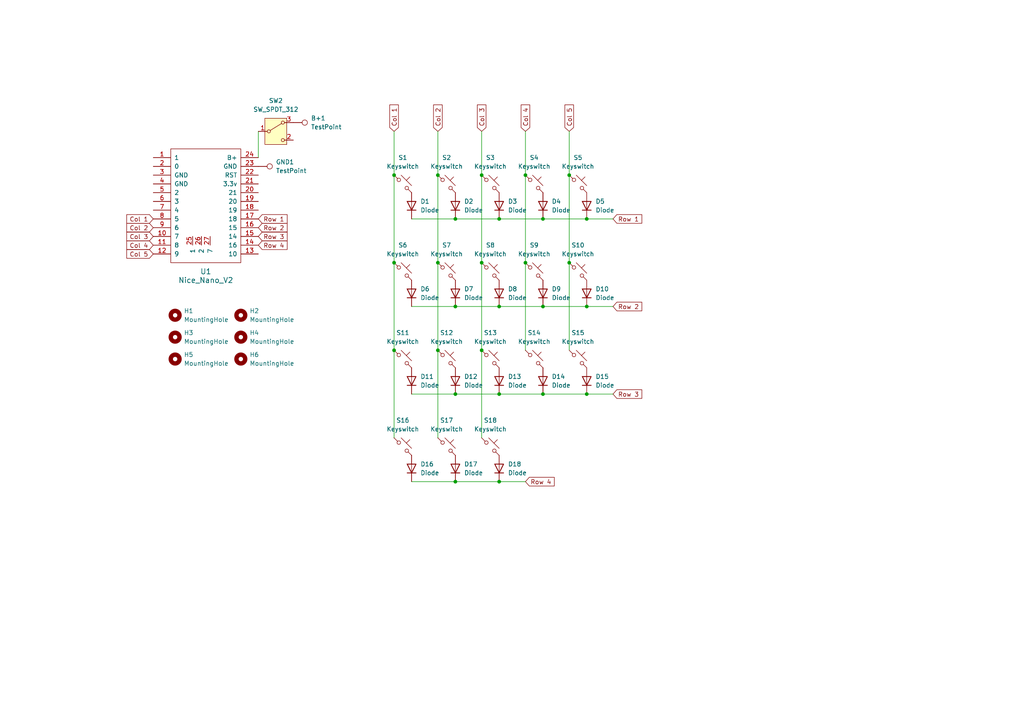
<source format=kicad_sch>
(kicad_sch (version 20250114) (generator "eeschema") (generator_version "9.0")
  (paper "A4")
  (lib_symbols
    (symbol "Connector:TestPoint" (pin_numbers (hide yes)) (pin_names (offset 0.762) (hide yes))
      (property "Reference" "TP" (at 0 6.858 0))
      (property "Value" "TestPoint" (at 0 5.08 0))
      (symbol "TestPoint_0_1"
        (circle (center 0 3.302) (radius 0.762))
      )
      (symbol "TestPoint_1_1"
        (pin passive line (at 0 0 90) (length 2.54) (name "1") (number "1"))
      )
    )
    (symbol "Mechanical:MountingHole" (pin_names (offset 1.016)) (in_bom no)
      (property "Reference" "H" (at 0 5.08 0))
      (property "Value" "MountingHole" (at 0 3.175 0))
      (symbol "MountingHole_0_1"
        (circle (center 0 0) (radius 1.27) (stroke (width 1.27)))
      )
    )
    (symbol "ScottoKeebs:MCU_Nice_Nano_V2" (pin_names (offset 1.016))
      (property "Reference" "U" (at 0 0 0))
      (property "Value" "Nice_Nano_V2" (at 0 -19.05 0))
      (symbol "MCU_Nice_Nano_V2_0_1"
        (rectangle (start -10.16 16.51) (end 10.16 -16.51))
      )
      (symbol "MCU_Nice_Nano_V2_1_1"
        (pin input line (at -15.24 13.97 0) (length 5.08) (name "1") (number "1"))
        (pin input line (at -15.24 11.43 0) (length 5.08) (name "0") (number "2"))
        (pin input line (at -15.24 8.89 0) (length 5.08) (name "GND") (number "3"))
        (pin input line (at -15.24 6.35 0) (length 5.08) (name "GND") (number "4"))
        (pin input line (at -15.24 3.81 0) (length 5.08) (name "2") (number "5"))
        (pin input line (at -15.24 1.27 0) (length 5.08) (name "3") (number "6"))
        (pin input line (at -15.24 -1.27 0) (length 5.08) (name "4") (number "7"))
        (pin input line (at -15.24 -3.81 0) (length 5.08) (name "5") (number "8"))
        (pin input line (at -15.24 -6.35 0) (length 5.08) (name "6") (number "9"))
        (pin input line (at -15.24 -8.89 0) (length 5.08) (name "7") (number "10"))
        (pin input line (at -15.24 -11.43 0) (length 5.08) (name "8") (number "11"))
        (pin input line (at -15.24 -13.97 0) (length 5.08) (name "9") (number "12"))
        (pin input line (at -3.81 -8.89 270) (length 2.5) (name "1") (number "25"))
        (pin input line (at -1.27 -8.89 270) (length 2.5) (name "2") (number "26"))
        (pin input line (at 1.27 -8.89 270) (length 2.5) (name "7") (number "27"))
        (pin input line (at 15.24 13.97 180) (length 5.08) (name "B+") (number "24"))
        (pin input line (at 15.24 11.43 180) (length 5.08) (name "GND") (number "23"))
        (pin input line (at 15.24 8.89 180) (length 5.08) (name "RST") (number "22"))
        (pin input line (at 15.24 6.35 180) (length 5.08) (name "3.3v") (number "21"))
        (pin input line (at 15.24 3.81 180) (length 5.08) (name "21") (number "20"))
        (pin input line (at 15.24 1.27 180) (length 5.08) (name "20") (number "19"))
        (pin input line (at 15.24 -1.27 180) (length 5.08) (name "19") (number "18"))
        (pin input line (at 15.24 -3.81 180) (length 5.08) (name "18") (number "17"))
        (pin input line (at 15.24 -6.35 180) (length 5.08) (name "15") (number "16"))
        (pin input line (at 15.24 -8.89 180) (length 5.08) (name "14") (number "15"))
        (pin input line (at 15.24 -11.43 180) (length 5.08) (name "16") (number "14"))
        (pin input line (at 15.24 -13.97 180) (length 5.08) (name "10") (number "13"))
      )
    )
    (symbol "ScottoKeebs:Placeholder_Diode" (pin_numbers (hide yes)) (pin_names (hide yes))
      (property "Reference" "D" (at 0 2.54 0))
      (property "Value" "Diode" (at 0 -2.54 0))
      (symbol "Placeholder_Diode_0_1"
        (polyline (pts (xy -1.27 1.27) (xy -1.27 -1.27)) (stroke (width 0.254)))
        (polyline (pts (xy 1.27 1.27) (xy 1.27 -1.27) (xy -1.27 0) (xy 1.27 1.27)) (stroke (width 0.254)))
        (polyline (pts (xy 1.27 0) (xy -1.27 0)))
      )
      (symbol "Placeholder_Diode_1_1"
        (pin passive line (at -3.81 0 0) (length 2.54) (name "K") (number "1"))
        (pin passive line (at 3.81 0 180) (length 2.54) (name "A") (number "2"))
      )
    )
    (symbol "ScottoKeebs:Placeholder_Keyswitch" (pin_numbers (hide yes)) (pin_names (offset 1.016) (hide yes))
      (property "Reference" "S" (at 3.048 1.016 0))
      (property "Value" "Keyswitch" (at 0 -3.81 0))
      (symbol "Placeholder_Keyswitch_0_1"
        (polyline (pts (xy -2.54 2.54) (xy -1.524 1.524) (xy -1.524 1.524)))
        (circle (center -1.1684 1.1684) (radius 0.508))
        (polyline (pts (xy -0.508 2.54) (xy 2.54 -0.508)))
        (polyline (pts (xy 1.016 1.016) (xy 2.032 2.032)))
        (circle (center 1.143 -1.1938) (radius 0.508))
        (polyline (pts (xy 1.524 -1.524) (xy 2.54 -2.54) (xy 2.54 -2.54) (xy 2.54 -2.54)))
        (pin passive line (at -2.54 2.54 0) (length 0) (name "1") (number "1"))
        (pin passive line (at 2.54 -2.54 180) (length 0) (name "2") (number "2"))
      )
    )
    (symbol "Switch:SW_SPDT_312" (pin_names (offset 1) (hide yes))
      (property "Reference" "SW" (at 0 5.08 0))
      (property "Value" "SW_SPDT_312" (at 0 -5.08 0))
      (symbol "SW_SPDT_312_0_1"
        (circle (center -2.032 0) (radius 0.4572))
        (polyline (pts (xy -1.651 0.254) (xy 1.651 2.286)))
        (circle (center 2.032 2.54) (radius 0.4572))
        (circle (center 2.032 -2.54) (radius 0.4572))
      )
      (symbol "SW_SPDT_312_1_1"
        (rectangle (start -3.175 3.81) (end 3.175 -3.81) (fill (type background)))
        (pin passive line (at -5.08 0 0) (length 2.54) (name "B") (number "1"))
        (pin passive line (at 5.08 2.54 180) (length 2.54) (name "A") (number "3"))
        (pin passive line (at 5.08 -2.54 180) (length 2.54) (name "C") (number "2"))
      )
    )
  )
  (junction (at 114.3 76.2))
  (junction (at 139.7 50.8))
  (junction (at 127 50.8))
  (junction (at 157.48 114.3))
  (junction (at 144.78 114.3))
  (junction (at 132.08 88.9))
  (junction (at 170.18 114.3))
  (junction (at 114.3 101.6))
  (junction (at 127 101.6))
  (junction (at 132.08 63.5))
  (junction (at 139.7 101.6))
  (junction (at 132.08 139.7))
  (junction (at 170.18 63.5))
  (junction (at 127 76.2))
  (junction (at 157.48 63.5))
  (junction (at 165.1 76.2))
  (junction (at 170.18 88.9))
  (junction (at 132.08 114.3))
  (junction (at 157.48 88.9))
  (junction (at 144.78 63.5))
  (junction (at 144.78 88.9))
  (junction (at 139.7 76.2))
  (junction (at 152.4 50.8))
  (junction (at 152.4 76.2))
  (junction (at 114.3 50.8))
  (junction (at 165.1 50.8))
  (junction (at 144.78 139.7))
  (wire (pts (xy 119.38 114.3) (xy 132.08 114.3)))
  (wire (pts (xy 114.3 76.2) (xy 114.3 101.6)))
  (wire (pts (xy 74.93 38.1) (xy 74.93 45.72)))
  (wire (pts (xy 157.48 88.9) (xy 170.18 88.9)))
  (wire (pts (xy 152.4 38.1) (xy 152.4 50.8)))
  (wire (pts (xy 132.08 139.7) (xy 144.78 139.7)))
  (wire (pts (xy 114.3 38.1) (xy 114.3 50.8)))
  (wire (pts (xy 144.78 63.5) (xy 157.48 63.5)))
  (wire (pts (xy 144.78 114.3) (xy 157.48 114.3)))
  (wire (pts (xy 139.7 38.1) (xy 139.7 50.8)))
  (wire (pts (xy 144.78 88.9) (xy 157.48 88.9)))
  (wire (pts (xy 152.4 50.8) (xy 152.4 76.2)))
  (wire (pts (xy 119.38 63.5) (xy 132.08 63.5)))
  (wire (pts (xy 170.18 88.9) (xy 177.8 88.9)))
  (wire (pts (xy 165.1 76.2) (xy 165.1 101.6)))
  (wire (pts (xy 119.38 139.7) (xy 132.08 139.7)))
  (wire (pts (xy 127 38.1) (xy 127 50.8)))
  (wire (pts (xy 114.3 50.8) (xy 114.3 76.2)))
  (wire (pts (xy 157.48 114.3) (xy 170.18 114.3)))
  (wire (pts (xy 139.7 76.2) (xy 139.7 101.6)))
  (wire (pts (xy 132.08 88.9) (xy 144.78 88.9)))
  (wire (pts (xy 152.4 76.2) (xy 152.4 101.6)))
  (wire (pts (xy 170.18 63.5) (xy 177.8 63.5)))
  (wire (pts (xy 119.38 88.9) (xy 132.08 88.9)))
  (wire (pts (xy 144.78 139.7) (xy 152.4 139.7)))
  (wire (pts (xy 165.1 38.1) (xy 165.1 50.8)))
  (wire (pts (xy 127 101.6) (xy 127 127)))
  (wire (pts (xy 139.7 50.8) (xy 139.7 76.2)))
  (wire (pts (xy 170.18 114.3) (xy 177.8 114.3)))
  (wire (pts (xy 127 50.8) (xy 127 76.2)))
  (wire (pts (xy 132.08 63.5) (xy 144.78 63.5)))
  (wire (pts (xy 114.3 101.6) (xy 114.3 127)))
  (wire (pts (xy 132.08 114.3) (xy 144.78 114.3)))
  (wire (pts (xy 127 76.2) (xy 127 101.6)))
  (wire (pts (xy 139.7 101.6) (xy 139.7 127)))
  (wire (pts (xy 165.1 50.8) (xy 165.1 76.2)))
  (wire (pts (xy 157.48 63.5) (xy 170.18 63.5)))
  (global_label "Col 5" (shape input) (at 165.1 38.1 90) (property "Intersheetrefs" "${INTERSHEET_REFS}" (effects (hide yes))))
  (global_label "Row 2" (shape input) (at 177.8 88.9 0) (property "Intersheetrefs" "${INTERSHEET_REFS}" (effects (hide yes))))
  (global_label "Col 1" (shape input) (at 114.3 38.1 90) (property "Intersheetrefs" "${INTERSHEET_REFS}" (effects (hide yes))))
  (global_label "Row 3" (shape input) (at 177.8 114.3 0) (property "Intersheetrefs" "${INTERSHEET_REFS}" (effects (hide yes))))
  (global_label "Col 1" (shape input) (at 44.45 63.5 180) (property "Intersheetrefs" "${INTERSHEET_REFS}" (effects (hide yes))))
  (global_label "Row 1" (shape input) (at 74.93 63.5 0) (property "Intersheetrefs" "${INTERSHEET_REFS}" (effects (hide yes))))
  (global_label "Row 4" (shape input) (at 152.4 139.7 0) (property "Intersheetrefs" "${INTERSHEET_REFS}" (effects (hide yes))))
  (global_label "Col 5" (shape input) (at 44.45 73.66 180) (property "Intersheetrefs" "${INTERSHEET_REFS}" (effects (hide yes))))
  (global_label "Col 4" (shape input) (at 44.45 71.12 180) (property "Intersheetrefs" "${INTERSHEET_REFS}" (effects (hide yes))))
  (global_label "Row 3" (shape input) (at 74.93 68.58 0) (property "Intersheetrefs" "${INTERSHEET_REFS}" (effects (hide yes))))
  (global_label "Row 1" (shape input) (at 177.8 63.5 0) (property "Intersheetrefs" "${INTERSHEET_REFS}" (effects (hide yes))))
  (global_label "Row 4" (shape input) (at 74.93 71.12 0) (property "Intersheetrefs" "${INTERSHEET_REFS}" (effects (hide yes))))
  (global_label "Col 3" (shape input) (at 44.45 68.58 180) (property "Intersheetrefs" "${INTERSHEET_REFS}" (effects (hide yes))))
  (global_label "Col 3" (shape input) (at 139.7 38.1 90) (property "Intersheetrefs" "${INTERSHEET_REFS}" (effects (hide yes))))
  (global_label "Row 2" (shape input) (at 74.93 66.04 0) (property "Intersheetrefs" "${INTERSHEET_REFS}" (effects (hide yes))))
  (global_label "Col 2" (shape input) (at 44.45 66.04 180) (property "Intersheetrefs" "${INTERSHEET_REFS}" (effects (hide yes))))
  (global_label "Col 2" (shape input) (at 127 38.1 90) (property "Intersheetrefs" "${INTERSHEET_REFS}" (effects (hide yes))))
  (global_label "Col 4" (shape input) (at 152.4 38.1 90) (property "Intersheetrefs" "${INTERSHEET_REFS}" (effects (hide yes))))
  (symbol (lib_id "Connector:TestPoint") (at 85.09 35.56 270) (unit 1)
    (property "Reference" "B+1" (at 90.17 34.2899 90) (effects (justify left)))
    (property "Value" "TestPoint" (at 90.17 36.8299 90) (effects (justify left)))
    (property "Footprint" "Connector_Wire:SolderWire-0.5sqmm_1x01_D0.9mm_OD2.1mm" (effects (hide yes)))
    (property "Description" "test point" (effects (hide yes)))
  )
  (symbol (lib_id "ScottoKeebs:Placeholder_Keyswitch") (at 116.84 53.34 0) (unit 1)
    (property "Reference" "S1" (at 116.84 45.72 0))
    (property "Value" "Keyswitch" (at 116.84 48.26 0))
    (property "Footprint" "ScottoKeebs_Scotto:MX_Solder_1.00u_Reversible" (effects (hide yes)))
    (property "Description" "Push button switch, normally open, two pins, 45° tilted" (effects (hide yes)))
  )
  (symbol (lib_id "Mechanical:MountingHole") (at 69.85 91.44 0) (unit 1) (in_bom no)
    (property "Reference" "H2" (at 72.39 90.1699 0) (effects (justify left)))
    (property "Value" "MountingHole" (at 72.39 92.7099 0) (effects (justify left)))
    (property "Footprint" "MountingHole:MountingHole_2.2mm_M2" (effects (hide yes)))
    (property "Description" "Mounting Hole without connection" (effects (hide yes)))
  )
  (symbol (lib_id "ScottoKeebs:Placeholder_Keyswitch") (at 167.64 78.74 0) (unit 1)
    (property "Reference" "S10" (at 167.64 71.12 0))
    (property "Value" "Keyswitch" (at 167.64 73.66 0))
    (property "Footprint" "ScottoKeebs_Scotto:MX_Solder_1.00u_Reversible" (effects (hide yes)))
    (property "Description" "Push button switch, normally open, two pins, 45° tilted" (effects (hide yes)))
  )
  (symbol (lib_id "ScottoKeebs:Placeholder_Diode") (at 157.48 59.69 90) (unit 1)
    (property "Reference" "D4" (at 160.02 58.4199 90) (effects (justify right)))
    (property "Value" "Diode" (at 160.02 60.9599 90) (effects (justify right)))
    (property "Footprint" "ScottoKeebs_Components:Diode_DO-35" (effects (hide yes)))
    (property "Description" "1N4148 (DO-35) or 1N4148W (SOD-123)" (effects (hide yes)))
    (property "Sim.Device" "D" (effects (hide yes)))
    (property "Sim.Pins" "1=K 2=A" (effects (hide yes)))
  )
  (symbol (lib_id "Connector:TestPoint") (at 74.93 48.26 270) (unit 1)
    (property "Reference" "GND1" (at 80.01 46.9899 90) (effects (justify left)))
    (property "Value" "TestPoint" (at 80.01 49.5299 90) (effects (justify left)))
    (property "Footprint" "Connector_Wire:SolderWire-0.5sqmm_1x01_D0.9mm_OD2.1mm" (effects (hide yes)))
    (property "Description" "test point" (effects (hide yes)))
  )
  (symbol (lib_id "ScottoKeebs:Placeholder_Keyswitch") (at 129.54 129.54 0) (unit 1)
    (property "Reference" "S17" (at 129.54 121.92 0))
    (property "Value" "Keyswitch" (at 129.54 124.46 0))
    (property "Footprint" "ScottoKeebs_Scotto:MX_Solder_1.00u_Reversible" (effects (hide yes)))
    (property "Description" "Push button switch, normally open, two pins, 45° tilted" (effects (hide yes)))
  )
  (symbol (lib_id "Mechanical:MountingHole") (at 50.8 91.44 0) (unit 1) (in_bom no)
    (property "Reference" "H1" (at 53.34 90.1699 0) (effects (justify left)))
    (property "Value" "MountingHole" (at 53.34 92.7099 0) (effects (justify left)))
    (property "Footprint" "MountingHole:MountingHole_2.2mm_M2" (effects (hide yes)))
    (property "Description" "Mounting Hole without connection" (effects (hide yes)))
  )
  (symbol (lib_id "ScottoKeebs:Placeholder_Diode") (at 157.48 85.09 90) (unit 1)
    (property "Reference" "D9" (at 160.02 83.8199 90) (effects (justify right)))
    (property "Value" "Diode" (at 160.02 86.3599 90) (effects (justify right)))
    (property "Footprint" "ScottoKeebs_Components:Diode_DO-35" (effects (hide yes)))
    (property "Description" "1N4148 (DO-35) or 1N4148W (SOD-123)" (effects (hide yes)))
    (property "Sim.Device" "D" (effects (hide yes)))
    (property "Sim.Pins" "1=K 2=A" (effects (hide yes)))
  )
  (symbol (lib_id "ScottoKeebs:Placeholder_Keyswitch") (at 116.84 129.54 0) (unit 1)
    (property "Reference" "S16" (at 116.84 121.92 0))
    (property "Value" "Keyswitch" (at 116.84 124.46 0))
    (property "Footprint" "ScottoKeebs_Scotto:MX_Solder_1.00u_Reversible" (effects (hide yes)))
    (property "Description" "Push button switch, normally open, two pins, 45° tilted" (effects (hide yes)))
  )
  (symbol (lib_id "ScottoKeebs:Placeholder_Keyswitch") (at 142.24 78.74 0) (unit 1)
    (property "Reference" "S8" (at 142.24 71.12 0))
    (property "Value" "Keyswitch" (at 142.24 73.66 0))
    (property "Footprint" "ScottoKeebs_Scotto:MX_Solder_1.00u_Reversible" (effects (hide yes)))
    (property "Description" "Push button switch, normally open, two pins, 45° tilted" (effects (hide yes)))
  )
  (symbol (lib_id "ScottoKeebs:Placeholder_Keyswitch") (at 129.54 104.14 0) (unit 1)
    (property "Reference" "S12" (at 129.54 96.52 0))
    (property "Value" "Keyswitch" (at 129.54 99.06 0))
    (property "Footprint" "ScottoKeebs_Scotto:MX_Solder_1.00u_Reversible" (effects (hide yes)))
    (property "Description" "Push button switch, normally open, two pins, 45° tilted" (effects (hide yes)))
  )
  (symbol (lib_id "ScottoKeebs:Placeholder_Keyswitch") (at 116.84 104.14 0) (unit 1)
    (property "Reference" "S11" (at 116.84 96.52 0))
    (property "Value" "Keyswitch" (at 116.84 99.06 0))
    (property "Footprint" "ScottoKeebs_Scotto:MX_Solder_1.00u_Reversible" (effects (hide yes)))
    (property "Description" "Push button switch, normally open, two pins, 45° tilted" (effects (hide yes)))
  )
  (symbol (lib_id "ScottoKeebs:Placeholder_Diode") (at 119.38 85.09 90) (unit 1)
    (property "Reference" "D6" (at 121.92 83.8199 90) (effects (justify right)))
    (property "Value" "Diode" (at 121.92 86.3599 90) (effects (justify right)))
    (property "Footprint" "ScottoKeebs_Components:Diode_DO-35" (effects (hide yes)))
    (property "Description" "1N4148 (DO-35) or 1N4148W (SOD-123)" (effects (hide yes)))
    (property "Sim.Device" "D" (effects (hide yes)))
    (property "Sim.Pins" "1=K 2=A" (effects (hide yes)))
  )
  (symbol (lib_id "ScottoKeebs:Placeholder_Keyswitch") (at 154.94 78.74 0) (unit 1)
    (property "Reference" "S9" (at 154.94 71.12 0))
    (property "Value" "Keyswitch" (at 154.94 73.66 0))
    (property "Footprint" "ScottoKeebs_Scotto:MX_Solder_1.00u_Reversible" (effects (hide yes)))
    (property "Description" "Push button switch, normally open, two pins, 45° tilted" (effects (hide yes)))
  )
  (symbol (lib_id "ScottoKeebs:Placeholder_Diode") (at 157.48 110.49 90) (unit 1)
    (property "Reference" "D14" (at 160.02 109.2199 90) (effects (justify right)))
    (property "Value" "Diode" (at 160.02 111.7599 90) (effects (justify right)))
    (property "Footprint" "ScottoKeebs_Components:Diode_DO-35" (effects (hide yes)))
    (property "Description" "1N4148 (DO-35) or 1N4148W (SOD-123)" (effects (hide yes)))
    (property "Sim.Device" "D" (effects (hide yes)))
    (property "Sim.Pins" "1=K 2=A" (effects (hide yes)))
  )
  (symbol (lib_id "Mechanical:MountingHole") (at 69.85 97.79 0) (unit 1) (in_bom no)
    (property "Reference" "H4" (at 72.39 96.5199 0) (effects (justify left)))
    (property "Value" "MountingHole" (at 72.39 99.0599 0) (effects (justify left)))
    (property "Footprint" "MountingHole:MountingHole_2.2mm_M2" (effects (hide yes)))
    (property "Description" "Mounting Hole without connection" (effects (hide yes)))
  )
  (symbol (lib_id "ScottoKeebs:Placeholder_Keyswitch") (at 142.24 129.54 0) (unit 1)
    (property "Reference" "S18" (at 142.24 121.92 0))
    (property "Value" "Keyswitch" (at 142.24 124.46 0))
    (property "Footprint" "ScottoKeebs_Scotto:MX_Solder_1.00u_Reversible" (effects (hide yes)))
    (property "Description" "Push button switch, normally open, two pins, 45° tilted" (effects (hide yes)))
  )
  (symbol (lib_id "ScottoKeebs:MCU_Nice_Nano_V2") (at 59.69 59.69 0) (unit 1)
    (property "Reference" "U1" (at 59.69 78.74 0) (effects (font (size 1.524 1.524))))
    (property "Value" "Nice_Nano_V2" (at 59.69 81.28 0) (effects (font (size 1.524 1.524))))
    (property "Footprint" "ScottoKeebs_MCU:Nice_Nano_V2" (effects (hide yes)))
  )
  (symbol (lib_id "ScottoKeebs:Placeholder_Keyswitch") (at 142.24 104.14 0) (unit 1)
    (property "Reference" "S13" (at 142.24 96.52 0))
    (property "Value" "Keyswitch" (at 142.24 99.06 0))
    (property "Footprint" "ScottoKeebs_Scotto:MX_Solder_1.00u_Reversible" (effects (hide yes)))
    (property "Description" "Push button switch, normally open, two pins, 45° tilted" (effects (hide yes)))
  )
  (symbol (lib_id "ScottoKeebs:Placeholder_Diode") (at 144.78 59.69 90) (unit 1)
    (property "Reference" "D3" (at 147.32 58.4199 90) (effects (justify right)))
    (property "Value" "Diode" (at 147.32 60.9599 90) (effects (justify right)))
    (property "Footprint" "ScottoKeebs_Components:Diode_DO-35" (effects (hide yes)))
    (property "Description" "1N4148 (DO-35) or 1N4148W (SOD-123)" (effects (hide yes)))
    (property "Sim.Device" "D" (effects (hide yes)))
    (property "Sim.Pins" "1=K 2=A" (effects (hide yes)))
  )
  (symbol (lib_id "ScottoKeebs:Placeholder_Diode") (at 144.78 85.09 90) (unit 1)
    (property "Reference" "D8" (at 147.32 83.8199 90) (effects (justify right)))
    (property "Value" "Diode" (at 147.32 86.3599 90) (effects (justify right)))
    (property "Footprint" "ScottoKeebs_Components:Diode_DO-35" (effects (hide yes)))
    (property "Description" "1N4148 (DO-35) or 1N4148W (SOD-123)" (effects (hide yes)))
    (property "Sim.Device" "D" (effects (hide yes)))
    (property "Sim.Pins" "1=K 2=A" (effects (hide yes)))
  )
  (symbol (lib_id "ScottoKeebs:Placeholder_Keyswitch") (at 129.54 53.34 0) (unit 1)
    (property "Reference" "S2" (at 129.54 45.72 0))
    (property "Value" "Keyswitch" (at 129.54 48.26 0))
    (property "Footprint" "ScottoKeebs_Scotto:MX_Solder_1.00u_Reversible" (effects (hide yes)))
    (property "Description" "Push button switch, normally open, two pins, 45° tilted" (effects (hide yes)))
  )
  (symbol (lib_id "ScottoKeebs:Placeholder_Diode") (at 132.08 110.49 90) (unit 1)
    (property "Reference" "D12" (at 134.62 109.2199 90) (effects (justify right)))
    (property "Value" "Diode" (at 134.62 111.7599 90) (effects (justify right)))
    (property "Footprint" "ScottoKeebs_Components:Diode_DO-35" (effects (hide yes)))
    (property "Description" "1N4148 (DO-35) or 1N4148W (SOD-123)" (effects (hide yes)))
    (property "Sim.Device" "D" (effects (hide yes)))
    (property "Sim.Pins" "1=K 2=A" (effects (hide yes)))
  )
  (symbol (lib_id "ScottoKeebs:Placeholder_Diode") (at 144.78 110.49 90) (unit 1)
    (property "Reference" "D13" (at 147.32 109.2199 90) (effects (justify right)))
    (property "Value" "Diode" (at 147.32 111.7599 90) (effects (justify right)))
    (property "Footprint" "ScottoKeebs_Components:Diode_DO-35" (effects (hide yes)))
    (property "Description" "1N4148 (DO-35) or 1N4148W (SOD-123)" (effects (hide yes)))
    (property "Sim.Device" "D" (effects (hide yes)))
    (property "Sim.Pins" "1=K 2=A" (effects (hide yes)))
  )
  (symbol (lib_id "ScottoKeebs:Placeholder_Keyswitch") (at 142.24 53.34 0) (unit 1)
    (property "Reference" "S3" (at 142.24 45.72 0))
    (property "Value" "Keyswitch" (at 142.24 48.26 0))
    (property "Footprint" "ScottoKeebs_Scotto:MX_Solder_1.00u_Reversible" (effects (hide yes)))
    (property "Description" "Push button switch, normally open, two pins, 45° tilted" (effects (hide yes)))
  )
  (symbol (lib_id "ScottoKeebs:Placeholder_Keyswitch") (at 154.94 104.14 0) (unit 1)
    (property "Reference" "S14" (at 154.94 96.52 0))
    (property "Value" "Keyswitch" (at 154.94 99.06 0))
    (property "Footprint" "ScottoKeebs_Scotto:MX_Solder_1.00u_Reversible" (effects (hide yes)))
    (property "Description" "Push button switch, normally open, two pins, 45° tilted" (effects (hide yes)))
  )
  (symbol (lib_id "ScottoKeebs:Placeholder_Diode") (at 119.38 110.49 90) (unit 1)
    (property "Reference" "D11" (at 121.92 109.2199 90) (effects (justify right)))
    (property "Value" "Diode" (at 121.92 111.7599 90) (effects (justify right)))
    (property "Footprint" "ScottoKeebs_Components:Diode_DO-35" (effects (hide yes)))
    (property "Description" "1N4148 (DO-35) or 1N4148W (SOD-123)" (effects (hide yes)))
    (property "Sim.Device" "D" (effects (hide yes)))
    (property "Sim.Pins" "1=K 2=A" (effects (hide yes)))
  )
  (symbol (lib_id "ScottoKeebs:Placeholder_Diode") (at 132.08 135.89 90) (unit 1)
    (property "Reference" "D17" (at 134.62 134.6199 90) (effects (justify right)))
    (property "Value" "Diode" (at 134.62 137.1599 90) (effects (justify right)))
    (property "Footprint" "ScottoKeebs_Components:Diode_DO-35" (effects (hide yes)))
    (property "Description" "1N4148 (DO-35) or 1N4148W (SOD-123)" (effects (hide yes)))
    (property "Sim.Device" "D" (effects (hide yes)))
    (property "Sim.Pins" "1=K 2=A" (effects (hide yes)))
  )
  (symbol (lib_id "ScottoKeebs:Placeholder_Diode") (at 170.18 110.49 90) (unit 1)
    (property "Reference" "D15" (at 172.72 109.2199 90) (effects (justify right)))
    (property "Value" "Diode" (at 172.72 111.7599 90) (effects (justify right)))
    (property "Footprint" "ScottoKeebs_Components:Diode_DO-35" (effects (hide yes)))
    (property "Description" "1N4148 (DO-35) or 1N4148W (SOD-123)" (effects (hide yes)))
    (property "Sim.Device" "D" (effects (hide yes)))
    (property "Sim.Pins" "1=K 2=A" (effects (hide yes)))
  )
  (symbol (lib_id "ScottoKeebs:Placeholder_Keyswitch") (at 154.94 53.34 0) (unit 1)
    (property "Reference" "S4" (at 154.94 45.72 0))
    (property "Value" "Keyswitch" (at 154.94 48.26 0))
    (property "Footprint" "ScottoKeebs_Scotto:MX_Solder_1.00u_Reversible" (effects (hide yes)))
    (property "Description" "Push button switch, normally open, two pins, 45° tilted" (effects (hide yes)))
  )
  (symbol (lib_id "ScottoKeebs:Placeholder_Keyswitch") (at 116.84 78.74 0) (unit 1)
    (property "Reference" "S6" (at 116.84 71.12 0))
    (property "Value" "Keyswitch" (at 116.84 73.66 0))
    (property "Footprint" "ScottoKeebs_Scotto:MX_Solder_1.00u_Reversible" (effects (hide yes)))
    (property "Description" "Push button switch, normally open, two pins, 45° tilted" (effects (hide yes)))
  )
  (symbol (lib_id "Switch:SW_SPDT_312") (at 80.01 38.1 0) (unit 1)
    (property "Reference" "SW2" (at 80.01 29.21 0))
    (property "Value" "SW_SPDT_312" (at 80.01 31.75 0))
    (property "Footprint" "lander03xD:SW_Vertical_Slide_5mm" (effects (hide yes)))
    (property "Description" "Switch, single pole double throw" (effects (hide yes)))
  )
  (symbol (lib_id "ScottoKeebs:Placeholder_Keyswitch") (at 167.64 104.14 0) (unit 1)
    (property "Reference" "S15" (at 167.64 96.52 0))
    (property "Value" "Keyswitch" (at 167.64 99.06 0))
    (property "Footprint" "ScottoKeebs_Scotto:MX_Solder_1.00u_Reversible" (effects (hide yes)))
    (property "Description" "Push button switch, normally open, two pins, 45° tilted" (effects (hide yes)))
  )
  (symbol (lib_id "ScottoKeebs:Placeholder_Diode") (at 132.08 85.09 90) (unit 1)
    (property "Reference" "D7" (at 134.62 83.8199 90) (effects (justify right)))
    (property "Value" "Diode" (at 134.62 86.3599 90) (effects (justify right)))
    (property "Footprint" "ScottoKeebs_Components:Diode_DO-35" (effects (hide yes)))
    (property "Description" "1N4148 (DO-35) or 1N4148W (SOD-123)" (effects (hide yes)))
    (property "Sim.Device" "D" (effects (hide yes)))
    (property "Sim.Pins" "1=K 2=A" (effects (hide yes)))
  )
  (symbol (lib_id "Mechanical:MountingHole") (at 50.8 97.79 0) (unit 1) (in_bom no)
    (property "Reference" "H3" (at 53.34 96.5199 0) (effects (justify left)))
    (property "Value" "MountingHole" (at 53.34 99.0599 0) (effects (justify left)))
    (property "Footprint" "MountingHole:MountingHole_2.2mm_M2" (effects (hide yes)))
    (property "Description" "Mounting Hole without connection" (effects (hide yes)))
  )
  (symbol (lib_id "ScottoKeebs:Placeholder_Diode") (at 144.78 135.89 90) (unit 1)
    (property "Reference" "D18" (at 147.32 134.6199 90) (effects (justify right)))
    (property "Value" "Diode" (at 147.32 137.1599 90) (effects (justify right)))
    (property "Footprint" "ScottoKeebs_Components:Diode_DO-35" (effects (hide yes)))
    (property "Description" "1N4148 (DO-35) or 1N4148W (SOD-123)" (effects (hide yes)))
    (property "Sim.Device" "D" (effects (hide yes)))
    (property "Sim.Pins" "1=K 2=A" (effects (hide yes)))
  )
  (symbol (lib_id "ScottoKeebs:Placeholder_Diode") (at 119.38 135.89 90) (unit 1)
    (property "Reference" "D16" (at 121.92 134.6199 90) (effects (justify right)))
    (property "Value" "Diode" (at 121.92 137.1599 90) (effects (justify right)))
    (property "Footprint" "ScottoKeebs_Components:Diode_DO-35" (effects (hide yes)))
    (property "Description" "1N4148 (DO-35) or 1N4148W (SOD-123)" (effects (hide yes)))
    (property "Sim.Device" "D" (effects (hide yes)))
    (property "Sim.Pins" "1=K 2=A" (effects (hide yes)))
  )
  (symbol (lib_id "ScottoKeebs:Placeholder_Diode") (at 132.08 59.69 90) (unit 1)
    (property "Reference" "D2" (at 134.62 58.4199 90) (effects (justify right)))
    (property "Value" "Diode" (at 134.62 60.9599 90) (effects (justify right)))
    (property "Footprint" "ScottoKeebs_Components:Diode_DO-35" (effects (hide yes)))
    (property "Description" "1N4148 (DO-35) or 1N4148W (SOD-123)" (effects (hide yes)))
    (property "Sim.Device" "D" (effects (hide yes)))
    (property "Sim.Pins" "1=K 2=A" (effects (hide yes)))
  )
  (symbol (lib_id "ScottoKeebs:Placeholder_Keyswitch") (at 167.64 53.34 0) (unit 1)
    (property "Reference" "S5" (at 167.64 45.72 0))
    (property "Value" "Keyswitch" (at 167.64 48.26 0))
    (property "Footprint" "ScottoKeebs_Scotto:MX_Solder_1.00u_Reversible" (effects (hide yes)))
    (property "Description" "Push button switch, normally open, two pins, 45° tilted" (effects (hide yes)))
  )
  (symbol (lib_id "ScottoKeebs:Placeholder_Diode") (at 119.38 59.69 90) (unit 1)
    (property "Reference" "D1" (at 121.92 58.4199 90) (effects (justify right)))
    (property "Value" "Diode" (at 121.92 60.9599 90) (effects (justify right)))
    (property "Footprint" "ScottoKeebs_Components:Diode_DO-35" (effects (hide yes)))
    (property "Description" "1N4148 (DO-35) or 1N4148W (SOD-123)" (effects (hide yes)))
    (property "Sim.Device" "D" (effects (hide yes)))
    (property "Sim.Pins" "1=K 2=A" (effects (hide yes)))
  )
  (symbol (lib_id "Mechanical:MountingHole") (at 69.85 104.14 0) (unit 1) (in_bom no)
    (property "Reference" "H6" (at 72.39 102.8699 0) (effects (justify left)))
    (property "Value" "MountingHole" (at 72.39 105.4099 0) (effects (justify left)))
    (property "Footprint" "MountingHole:MountingHole_2.2mm_M2" (effects (hide yes)))
    (property "Description" "Mounting Hole without connection" (effects (hide yes)))
  )
  (symbol (lib_id "ScottoKeebs:Placeholder_Keyswitch") (at 129.54 78.74 0) (unit 1)
    (property "Reference" "S7" (at 129.54 71.12 0))
    (property "Value" "Keyswitch" (at 129.54 73.66 0))
    (property "Footprint" "ScottoKeebs_Scotto:MX_Solder_1.00u_Reversible" (effects (hide yes)))
    (property "Description" "Push button switch, normally open, two pins, 45° tilted" (effects (hide yes)))
  )
  (symbol (lib_id "ScottoKeebs:Placeholder_Diode") (at 170.18 59.69 90) (unit 1)
    (property "Reference" "D5" (at 172.72 58.4199 90) (effects (justify right)))
    (property "Value" "Diode" (at 172.72 60.9599 90) (effects (justify right)))
    (property "Footprint" "ScottoKeebs_Components:Diode_DO-35" (effects (hide yes)))
    (property "Description" "1N4148 (DO-35) or 1N4148W (SOD-123)" (effects (hide yes)))
    (property "Sim.Device" "D" (effects (hide yes)))
    (property "Sim.Pins" "1=K 2=A" (effects (hide yes)))
  )
  (symbol (lib_id "ScottoKeebs:Placeholder_Diode") (at 170.18 85.09 90) (unit 1)
    (property "Reference" "D10" (at 172.72 83.8199 90) (effects (justify right)))
    (property "Value" "Diode" (at 172.72 86.3599 90) (effects (justify right)))
    (property "Footprint" "ScottoKeebs_Components:Diode_DO-35" (effects (hide yes)))
    (property "Description" "1N4148 (DO-35) or 1N4148W (SOD-123)" (effects (hide yes)))
    (property "Sim.Device" "D" (effects (hide yes)))
    (property "Sim.Pins" "1=K 2=A" (effects (hide yes)))
  )
  (symbol (lib_id "Mechanical:MountingHole") (at 50.8 104.14 0) (unit 1) (in_bom no)
    (property "Reference" "H5" (at 53.34 102.8699 0) (effects (justify left)))
    (property "Value" "MountingHole" (at 53.34 105.4099 0) (effects (justify left)))
    (property "Footprint" "MountingHole:MountingHole_2.2mm_M2" (effects (hide yes)))
    (property "Description" "Mounting Hole without connection" (effects (hide yes)))
  )
)
</source>
